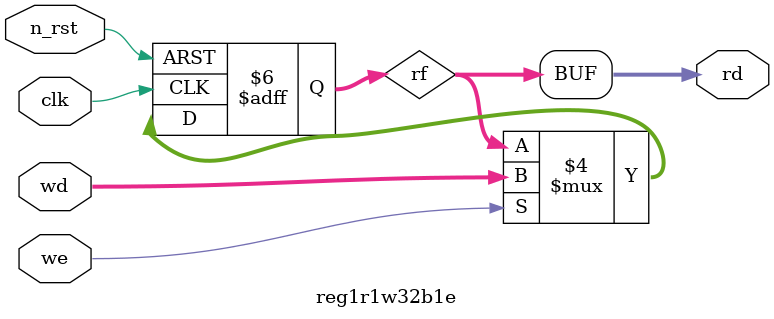
<source format=v>
module reg1r1w32b1e(rd, wd, we, clk, n_rst);
  output [31:0] rd; 
  input  [31:0] wd;
  input we;
  input  clk, n_rst;

  reg [31:0] rf;

  always @(posedge clk or negedge n_rst) begin
    if (n_rst == 0)
      rf <= 0;
    else if (we == 1)
      rf <= wd;
  end

  assign rd = rf;

endmodule

</source>
